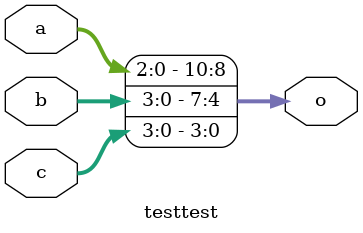
<source format=v>
module testtest(input [3:0] a,b,c, output [10:0] o);
assign o={a,b,c};
endmodule
</source>
